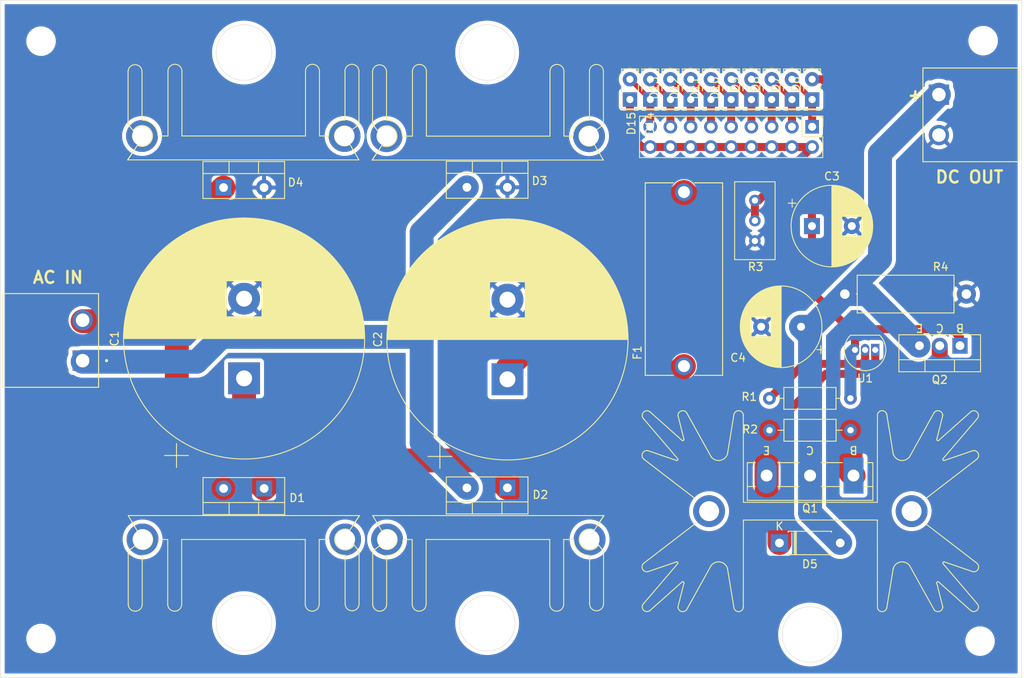
<source format=kicad_pcb>
(kicad_pcb (version 20240108) (generator "pcbnew") (generator_version "8.0")
  (layers (0 "F.Cu" signal) (31 "B.Cu" signal) (34 "B.Paste" user) (35 "F.Paste" user) (36 "B.SilkS" user "B.Silkscreen") (37 "F.SilkS" user "F.Silkscreen") (38 "B.Mask" user) (39 "F.Mask" user) (44 "Edge.Cuts" user))
  (net 0 "")
  (net 1 "Net-(D5-K)")
  (net 2 "+12V")
  (net 3 "Net-(Q1-B)")
  (net 4 "Net-(D6-A)")
  (net 5 "Net-(R1-Pad1)")
  (net 6 "Net-(D1-K)")
  (net 7 "GND")
  (net 8 "Net-(D1-A)")
  (net 9 "Net-(D2-A)")
  (net 10 "Net-(D6-K)")
  (net 11 "Net-(D7-K)")
  (net 12 "Net-(D8-K)")
  (net 13 "Net-(D10-A)")
  (net 14 "Net-(D10-K)")
  (net 15 "Net-(D11-K)")
  (net 16 "Net-(D12-K)")
  (net 17 "Net-(D13-K)")
  (net 18 "Net-(D14-K)")
  (net 19 "Net-(D15-K)")
  (footprint "LED_THT:LED_Rectangular_W5.0mm_H2.0mm" (layer "F.Cu") (at 200.085 38.492916 90)
    (property "Reference" "D6" (at 1.93881 -2.06 -90) (layer "F.SilkS"))
    (property "Value" "~" (hide yes))
    (pad "1" thru_hole rect (at 0 0 90) (size 1.8 1.8) (drill 0.9) (layers "*.Cu" "*.Mask") (net 10 "Net-(D6-K)"))
    (pad "2" thru_hole circle (at 2.54 0 90) (size 1.8 1.8) (drill 0.9) (layers "*.Cu" "*.Mask") (net 4 "Net-(D6-A)"))
  )
  (footprint "Connector_PinHeader_2.54mm:PinHeader_2x09_P2.54mm_Vertical" (layer "F.Cu") (at 200.085 41.912916 -90)
    (property "Reference" "J3" (hide yes))
    (property "Value" "Conn_02x09" (hide yes))
    (pad "1" thru_hole rect (at 0 0 270) (size 1.7 1.7) (drill 1) (layers "*.Cu" "*.Mask") (net 10 "Net-(D6-K)"))
    (pad "2" thru_hole oval (at 2.54 0 270) (size 1.7 1.7) (drill 1) (layers "*.Cu" "*.Mask") (net 19 "Net-(D15-K)"))
    (pad "3" thru_hole oval (at 0 2.54 270) (size 1.7 1.7) (drill 1) (layers "*.Cu" "*.Mask") (net 11 "Net-(D7-K)"))
    (pad "4" thru_hole oval (at 2.54 2.54 270) (size 1.7 1.7) (drill 1) (layers "*.Cu" "*.Mask") (net 19 "Net-(D15-K)"))
    (pad "5" thru_hole oval (at 0 5.08 270) (size 1.7 1.7) (drill 1) (layers "*.Cu" "*.Mask") (net 12 "Net-(D8-K)"))
    (pad "6" thru_hole oval (at 2.54 5.08 270) (size 1.7 1.7) (drill 1) (layers "*.Cu" "*.Mask") (net 19 "Net-(D15-K)"))
    (pad "7" thru_hole oval (at 0 7.62 270) (size 1.7 1.7) (drill 1) (layers "*.Cu" "*.Mask") (net 13 "Net-(D10-A)"))
    (pad "8" thru_hole oval (at 2.54 7.62 270) (size 1.7 1.7) (drill 1) (layers "*.Cu" "*.Mask") (net 19 "Net-(D15-K)"))
    (pad "9" thru_hole oval (at 0 10.16 270) (size 1.7 1.7) (drill 1) (layers "*.Cu" "*.Mask") (net 14 "Net-(D10-K)"))
    (pad "10" thru_hole oval (at 2.54 10.16 270) (size 1.7 1.7) (drill 1) (layers "*.Cu" "*.Mask") (net 19 "Net-(D15-K)"))
    (pad "11" thru_hole oval (at 0 12.7 270) (size 1.7 1.7) (drill 1) (layers "*.Cu" "*.Mask") (net 15 "Net-(D11-K)"))
    (pad "12" thru_hole oval (at 2.54 12.7 270) (size 1.7 1.7) (drill 1) (layers "*.Cu" "*.Mask") (net 19 "Net-(D15-K)"))
    (pad "13" thru_hole oval (at 0 15.24 270) (size 1.7 1.7) (drill 1) (layers "*.Cu" "*.Mask") (net 16 "Net-(D12-K)"))
    (pad "14" thru_hole oval (at 2.54 15.24 270) (size 1.7 1.7) (drill 1) (layers "*.Cu" "*.Mask") (net 19 "Net-(D15-K)"))
    (pad "15" thru_hole oval (at 0 17.78 270) (size 1.7 1.7) (drill 1) (layers "*.Cu" "*.Mask") (net 17 "Net-(D13-K)"))
    (pad "16" thru_hole oval (at 2.54 17.78 270) (size 1.7 1.7) (drill 1) (layers "*.Cu" "*.Mask") (net 19 "Net-(D15-K)"))
    (pad "17" thru_hole oval (at 0 20.32 270) (size 1.7 1.7) (drill 1) (layers "*.Cu" "*.Mask") (net 18 "Net-(D14-K)"))
    (pad "18" thru_hole oval (at 2.54 20.32 270) (size 1.7 1.7) (drill 1) (layers "*.Cu" "*.Mask") (net 19 "Net-(D15-K)"))
  )
  (footprint "MountingHole:MountingHole_3.2mm_M3_DIN965" (layer "F.Cu") (at 221.14 106.47)
    (property "Reference" "H8" (hide yes))
    (property "Value" "MountingHole")
    (pad "" np_thru_hole circle (at 0 0) (size 3.2 3.2) (drill 3.2) (layers "*.Cu" "*.Mask"))
  )
  (footprint "LED_THT:LED_Rectangular_W5.0mm_H2.0mm" (layer "F.Cu") (at 182.31 38.492916 90)
    (property "Reference" "D13" (at 1.449703 -2.06 -90) (layer "F.SilkS"))
    (property "Value" "~")
    (pad "1" thru_hole rect (at 0 0 90) (size 1.8 1.8) (drill 0.9) (layers "*.Cu" "*.Mask") (net 17 "Net-(D13-K)"))
    (pad "2" thru_hole circle (at 2.54 0 90) (size 1.8 1.8) (drill 0.9) (layers "*.Cu" "*.Mask") (net 16 "Net-(D12-K)"))
  )
  (footprint "Package_TO_SOT_THT:TO-220-2_Vertical" (layer "F.Cu") (at 126.265 49.547916)
    (property "Reference" "D4" (at 9.035 -0.647916 0) (layer "F.SilkS"))
    (property "Value" "D_45deg_Filled")
    (pad "1" thru_hole rect (at 0 0) (size 2 2) (drill 1.1) (layers "*.Cu" "*.Mask") (net 8 "Net-(D1-A)"))
    (pad "2" thru_hole oval (at 5.08 0) (size 2 2) (drill 1.1) (layers "*.Cu" "*.Mask") (net 7 "GND"))
  )
  (footprint "Capacitor_THT:CP_Radial_D30.0mm_P10.00mm_SnapIn" (layer "F.Cu") (at 161.872934 73.610848 90)
    (property "Reference" "C2" (at 5 -16.25 -90) (layer "F.SilkS"))
    (property "Value" "10000uF 35V")
    (pad "1" thru_hole rect (at 0 0 90) (size 4 4) (drill 2) (layers "*.Cu" "*.Mask") (net 1 "Net-(D5-K)"))
    (pad "2" thru_hole circle (at 10 0 90) (size 4 4) (drill 2) (layers "*.Cu" "*.Mask") (net 7 "GND"))
  )
  (footprint "Resistor_THT:R_Axial_DIN0207_L6.3mm_D2.5mm_P10.16mm_Horizontal" (layer "F.Cu") (at 194.735 80.002916)
    (property "Reference" "R2" (at -2.435 -0.102916 0) (layer "F.SilkS"))
    (property "Value" "51R")
    (pad "1" thru_hole circle (at 0 0) (size 1.6 1.6) (drill 0.8) (layers "*.Cu" "*.Mask") (net 1 "Net-(D5-K)"))
    (pad "2" thru_hole oval (at 10.16 0) (size 1.6 1.6) (drill 0.8) (layers "*.Cu" "*.Mask") (net 3 "Net-(Q1-B)"))
  )
  (footprint "MountingHole:MountingHole_3.2mm_M3_DIN965" (layer "F.Cu") (at 221.53 31.11)
    (property "Reference" "H7" (hide yes))
    (property "Value" "MountingHole")
    (pad "" np_thru_hole circle (at 0 0) (size 3.2 3.2) (drill 3.2) (layers "*.Cu" "*.Mask"))
  )
  (footprint "LED_THT:LED_Rectangular_W5.0mm_H2.0mm" (layer "F.Cu") (at 192.47 38.492916 90)
    (property "Reference" "D9" (at 1.93881 -2.06 -90) (layer "F.SilkS"))
    (property "Value" "~")
    (pad "1" thru_hole rect (at 0 0 90) (size 1.8 1.8) (drill 0.9) (layers "*.Cu" "*.Mask") (net 13 "Net-(D10-A)"))
    (pad "2" thru_hole circle (at 2.54 0 90) (size 1.8 1.8) (drill 0.9) (layers "*.Cu" "*.Mask") (net 12 "Net-(D8-K)"))
  )
  (footprint "ThePreAmp_PSU_Heatsinks:Heatsink_Fischer_SK145-STS_29x12mm_2xDrill2.5mm" (layer "F.Cu") (at 128.745 43.071346)
    (property "Reference" "HS1" (hide yes))
    (property "Value" "Heatsink")
    (pad "1" thru_hole circle (at -12.7 0 180) (size 4 4) (drill 2.5) (layers "*.Cu" "*.Mask"))
    (pad "1" thru_hole circle (at 12.7 0) (size 4 4) (drill 2.5) (layers "*.Cu" "*.Mask"))
  )
  (footprint "Capacitor_THT:CP_Radial_D10.0mm_P5.00mm" (layer "F.Cu") (at 200.06 54.38)
    (property "Reference" "C3" (at 2.5 -6.25 0) (layer "F.SilkS"))
    (property "Value" "220uF 50V")
    (pad "1" thru_hole rect (at 0 0) (size 2 2) (drill 1) (layers "*.Cu" "*.Mask") (net 4 "Net-(D6-A)"))
    (pad "2" thru_hole circle (at 5 0) (size 2 2) (drill 1) (layers "*.Cu" "*.Mask") (net 7 "GND"))
  )
  (footprint "Capacitor_THT:CP_Radial_D30.0mm_P10.00mm_SnapIn" (layer "F.Cu") (at 128.842934 73.49085 90)
    (property "Reference" "C1" (at 5 -16.25 -90) (layer "F.SilkS"))
    (property "Value" "10000uF 35V")
    (pad "1" thru_hole rect (at 0 0 90) (size 4 4) (drill 2) (layers "*.Cu" "*.Mask") (net 6 "Net-(D1-K)"))
    (pad "2" thru_hole circle (at 10 0 90) (size 4 4) (drill 2) (layers "*.Cu" "*.Mask") (net 7 "GND"))
  )
  (footprint "LED_THT:LED_Rectangular_W5.0mm_H2.0mm" (layer "F.Cu") (at 179.785 38.492916 90)
    (property "Reference" "D14" (at -3.04 -0.04 -90) (layer "F.SilkS"))
    (property "Value" "~")
    (pad "1" thru_hole rect (at 0 0 90) (size 1.8 1.8) (drill 0.9) (layers "*.Cu" "*.Mask") (net 18 "Net-(D14-K)"))
    (pad "2" thru_hole circle (at 2.54 0 90) (size 1.8 1.8) (drill 0.9) (layers "*.Cu" "*.Mask") (net 17 "Net-(D13-K)"))
  )
  (footprint "ThePreAmp_PSU_Fuseholder:Keystone fuseholder 4527" (layer "F.Cu") (at 184.005 61.032916 90)
    (property "Reference" "F1" (at -9.225 -5.835 -90) (layer "F.SilkS"))
    (property "Value" "Fuse - 8A T")
    (pad "1" thru_hole circle (at -10.92 0 90) (size 2.25 2.25) (drill 1.5) (layers "*.Cu" "*.Mask") (net 6 "Net-(D1-K)"))
    (pad "2" thru_hole circle (at 10.92 0 90) (size 2.25 2.25) (drill 1.5) (layers "*.Cu" "*.Mask") (net 1 "Net-(D5-K)"))
  )
  (footprint "Resistor_THT:R_Axial_DIN0414_L11.9mm_D4.5mm_P15.24mm_Horizontal" (layer "F.Cu") (at 219.425 62.912916 180)
    (property "Reference" "R4" (at 3.225 3.412916 180) (layer "F.SilkS"))
    (property "Value" "1K 2W")
    (pad "1" thru_hole circle (at 0 0 180) (size 2.4 2.4) (drill 1.2) (layers "*.Cu" "*.Mask") (net 7 "GND"))
    (pad "2" thru_hole oval (at 15.24 0 180) (size 2.4 2.4) (drill 1.2) (layers "*.Cu" "*.Mask") (net 2 "+12V"))
  )
  (footprint "THE_PREAMP_CONN_POWER_5_08:TBP01R1-508-02BK" (layer "F.Cu") (at 108.595 71.27 90)
    (property "Reference" "J1" (hide yes))
    (property "Value" "AC in")
    (pad "1" thru_hole rect (at 0 0 90) (size 2.55 2.55) (drill 1.7) (layers "*.Cu" "*.Mask") (net 9 "Net-(D2-A)"))
    (pad "2" thru_hole circle (at 5.08 0 90) (size 2.55 2.55) (drill 1.7) (layers "*.Cu" "*.Mask") (net 8 "Net-(D1-A)"))
  )
  (footprint "LED_THT:LED_Rectangular_W5.0mm_H2.0mm" (layer "F.Cu") (at 187.39 38.492916 90)
    (property "Reference" "D11" (at 1.459703 -2.06 -90) (layer "F.SilkS"))
    (property "Value" "~")
    (pad "1" thru_hole rect (at 0 0 90) (size 1.8 1.8) (drill 0.9) (layers "*.Cu" "*.Mask") (net 15 "Net-(D11-K)"))
    (pad "2" thru_hole circle (at 2.54 0 90) (size 1.8 1.8) (drill 0.9) (layers "*.Cu" "*.Mask") (net 14 "Net-(D10-K)"))
  )
  (footprint "Resistor_THT:R_Axial_DIN0207_L6.3mm_D2.5mm_P10.16mm_Horizontal" (layer "F.Cu") (at 194.725 76.002916)
    (property "Reference" "R1" (at -2.525 -0.202916 0) (layer "F.SilkS"))
    (property "Value" "12R")
    (pad "1" thru_hole circle (at 0 0) (size 1.6 1.6) (drill 0.8) (layers "*.Cu" "*.Mask") (net 5 "Net-(R1-Pad1)"))
    (pad "2" thru_hole oval (at 10.16 0) (size 1.6 1.6) (drill 0.8) (layers "*.Cu" "*.Mask") (net 4 "Net-(D6-A)"))
  )
  (footprint "ThePreAmp_PSU_Heatsinks:Heatsink_Fischer_SK145-STS_29x12mm_2xDrill2.5mm" (layer "F.Cu") (at 128.815 93.712916 180)
    (property "Reference" "HS2" (hide yes))
    (property "Value" "Heatsink")
    (pad "1" thru_hole circle (at -12.7 0) (size 4 4) (drill 2.5) (layers "*.Cu" "*.Mask"))
    (pad "1" thru_hole circle (at 12.7 0 180) (size 4 4) (drill 2.5) (layers "*.Cu" "*.Mask"))
  )
  (footprint "ThePreAmp_PSU_Heatsinks:Heatsink_Fischer_SK145-STS_29x12mm_2xDrill2.5mm" (layer "F.Cu") (at 159.475 93.712916 180)
    (property "Reference" "HS4" (hide yes))
    (property "Value" "Heatsink")
    (pad "1" thru_hole circle (at -12.7 0) (size 4 4) (drill 2.5) (layers "*.Cu" "*.Mask"))
    (pad "1" thru_hole circle (at 12.7 0 180) (size 4 4) (drill 2.5) (layers "*.Cu" "*.Mask"))
  )
  (footprint "MountingHole:MountingHole_3.2mm_M3_DIN965" (layer "F.Cu") (at 103.38 31.17)
    (property "Reference" "H5" (hide yes))
    (property "Value" "MountingHole")
    (pad "" np_thru_hole circle (at 0 0) (size 3.2 3.2) (drill 3.2) (layers "*.Cu" "*.Mask"))
  )
  (footprint "LED_THT:LED_Rectangular_W5.0mm_H2.0mm" (layer "F.Cu") (at 189.93 38.492916 90)
    (property "Reference" "D10" (at 1.459703 -2.06 -90) (layer "F.SilkS"))
    (property "Value" "~")
    (pad "1" thru_hole rect (at 0 0 90) (size 1.8 1.8) (drill 0.9) (layers "*.Cu" "*.Mask") (net 14 "Net-(D10-K)"))
    (pad "2" thru_hole circle (at 2.54 0 90) (size 1.8 1.8) (drill 0.9) (layers "*.Cu" "*.Mask") (net 13 "Net-(D10-A)"))
  )
  (footprint "Diode_THT:D_DO-41_SOD81_P7.62mm_Horizontal" (layer "F.Cu") (at 195.985 94.152916)
    (property "Reference" "D5" (at 3.81 2.647084 0) (layer "F.SilkS"))
    (property "Value" "1N4007")
    (fp_text user "K" (at 0 -2.1 0) (layer "F.SilkS"))
    (pad "1" thru_hole rect (at 0 0) (size 2.2 2.2) (drill 1.1) (layers "*.Cu" "*.Mask") (net 1 "Net-(D5-K)"))
    (pad "2" thru_hole oval (at 7.62 0) (size 2.2 2.2) (drill 1.1) (layers "*.Cu" "*.Mask") (net 2 "+12V"))
  )
  (footprint "Package_TO_SOT_THT:TO-92_Inline" (layer "F.Cu") (at 207.995 69.922916 180)
    (property "Reference" "U1" (at 1.27 -3.56 180) (layer "F.SilkS"))
    (property "Value" "LM334Z")
    (pad "1" thru_hole rect (at 0 0 180) (size 1.05 1.5) (drill 0.75) (layers "*.Cu" "*.Mask") (net 1 "Net-(D5-K)"))
    (pad "2" thru_hole oval (at 1.27 0 180) (size 1.05 1.5) (drill 0.75) (layers "*.Cu" "*.Mask") (net 5 "Net-(R1-Pad1)"))
    (pad "3" thru_hole oval (at 2.54 0 180) (size 1.05 1.5) (drill 0.75) (layers "*.Cu" "*.Mask") (net 4 "Net-(D6-A)"))
  )
  (footprint "Package_TO_SOT_THT:TO-220-2_Vertical" (layer "F.Cu") (at 156.785 49.512916)
    (property "Reference" "D3" (at 9.115 -0.812916 0) (layer "F.SilkS"))
    (property "Value" "D_45deg_Filled")
    (pad "1" thru_hole rect (at 0 0) (size 2 2) (drill 1.1) (layers "*.Cu" "*.Mask") (net 9 "Net-(D2-A)"))
    (pad "2" thru_hole oval (at 5.08 0) (size 2 2) (drill 1.1) (layers "*.Cu" "*.Mask") (net 7 "GND"))
  )
  (footprint "THE_PREAMP_CONN_POWER_5_08:TBP01R1-508-02BK" (layer "F.Cu") (at 215.9825 37.88 -90)
    (property "Reference" "J2" (hide yes))
    (property "Value" "Relay power")
    (pad "1" thru_hole rect (at 0 0 270) (size 2.55 2.55) (drill 1.7) (layers "*.Cu" "*.Mask") (net 2 "+12V"))
    (pad "2" thru_hole circle (at 5.08 0 270) (size 2.55 2.55) (drill 1.7) (layers "*.Cu" "*.Mask") (net 7 "GND"))
  )
  (footprint "Package_TO_SOT_THT:TO-220-2_Vertical" (layer "F.Cu") (at 131.355 87.312916 180)
    (property "Reference" "D1" (at -4.145 -1.187084 180) (layer "F.SilkS"))
    (property "Value" "D_45deg_Filled")
    (pad "1" thru_hole rect (at 0 0 180) (size 2 2) (drill 1.1) (layers "*.Cu" "*.Mask") (net 6 "Net-(D1-K)"))
    (pad "2" thru_hole oval (at 5.08 0 180) (size 2 2) (drill 1.1) (layers "*.Cu" "*.Mask") (net 8 "Net-(D1-A)"))
  )
  (footprint "Package_TO_SOT_THT_AKL:TO-3P-3_Vertical_BCE" (layer "F.Cu") (at 205.275 85.687916 180)
    (property "Reference" "Q1" (at 5.45 -4.12 180) (layer "F.SilkS"))
    (property "Value" "NJW0302" (hide yes))
    (fp_text user "B" (at 0 3.175 180) (layer "F.SilkS"))
    (fp_text user "C" (at 5.461 3.175 180) (layer "F.SilkS"))
    (fp_text user "E" (at 10.922 3.175 180) (layer "F.SilkS"))
    (pad "1" thru_hole rect (at 0 0 180) (size 2.5 4.5) (drill 1.5) (layers "*.Cu" "*.Mask") (net 3 "Net-(Q1-B)"))
    (pad "2" thru_hole oval (at 5.45 0 180) (size 2.5 4.5) (drill 1.5) (layers "*.Cu" "*.Mask") (net 2 "+12V"))
    (pad "3" thru_hole oval (at 10.9 0 180) (size 2.5 4.5) (drill 1.5) (layers "*.Cu" "*.Mask") (net 1 "Net-(D5-K)"))
  )
  (footprint "Package_TO_SOT_THT:TO-220-2_Vertical" (layer "F.Cu") (at 161.865 87.232916 180)
    (property "Reference" "D2" (at -4.135 -0.867084 180) (layer "F.SilkS"))
    (property "Value" "D_45deg_Filled")
    (pad "1" thru_hole rect (at 0 0 180) (size 2 2) (drill 1.1) (layers "*.Cu" "*.Mask") (net 6 "Net-(D1-K)"))
    (pad "2" thru_hole oval (at 5.08 0 180) (size 2 2) (drill 1.1) (layers "*.Cu" "*.Mask") (net 9 "Net-(D2-A)"))
  )
  (footprint "LED_THT:LED_Rectangular_W5.0mm_H2.0mm" (layer "F.Cu") (at 184.855 38.492916 90)
    (property "Reference" "D12" (at 1.457619 -2.06 -90) (layer "F.SilkS"))
    (property "Value" "~")
    (pad "1" thru_hole rect (at 0 0 90) (size 1.8 1.8) (drill 0.9) (layers "*.Cu" "*.Mask") (net 16 "Net-(D12-K)"))
    (pad "2" thru_hole circle (at 2.54 0 90) (size 1.8 1.8) (drill 0.9) (layers "*.Cu" "*.Mask") (net 15 "Net-(D11-K)"))
  )
  (footprint "Package_TO_SOT_THT_AKL:TO-220-3_Vertical_BCE" (layer "F.Cu") (at 218.625 69.392916 180)
    (property "Reference" "Q2" (at 2.54 -4.27 180) (layer "F.SilkS"))
    (property "Value" "MJE15030" (hide yes))
    (fp_text user "E" (at 5.08 2.2225 180) (layer "F.SilkS"))
    (fp_text user "B" (at 0 2.2225 180) (layer "F.SilkS"))
    (fp_text user "C" (at 2.54 2.2225 180) (layer "F.SilkS"))
    (pad "1" thru_hole rect (at 0 0 180) (size 1.905 2) (drill 1.1) (layers "*.Cu" "*.Mask") (net 4 "Net-(D6-A)"))
    (pad "2" thru_hole oval (at 2.54 0 180) (size 1.905 2) (drill 1.1) (layers "*.Cu" "*.Mask") (net 3 "Net-(Q1-B)"))
    (pad "3" thru_hole oval (at 5.08 0 180) (size 1.905 2) (drill 1.1) (layers "*.Cu" "*.Mask") (net 2 "+12V"))
  )
  (footprint "Potentiometer_THT:Potentiometer_Bourns_3296W_Vertical" (layer "F.Cu") (at 192.905 56.242916 -90)
    (property "Reference" "R3" (at 3.257084 -0.095 180) (layer "F.SilkS"))
    (property "Value" "500R")
    (pad "1" thru_hole circle (at 0 0 270) (size 1.44 1.44) (drill 0.8) (layers "*.Cu" "*.Mask") (net 7 "GND"))
    (pad "2" thru_hole circle (at -2.54 0 270) (size 1.44 1.44) (drill 0.8) (layers "*.Cu" "*.Mask") (net 19 "Net-(D15-K)"))
    (pad "3" thru_hole circle (at -5.08 0 270) (size 1.44 1.44) (drill 0.8) (layers "*.Cu" "*.Mask") (net 19 "Net-(D15-K)"))
  )
  (footprint "MountingHole:MountingHole_3.2mm_M3_DIN965" (layer "F.Cu") (at 103.38 106.14)
    (property "Reference" "H6" (hide yes))
    (property "Value" "MountingHole")
    (pad "" np_thru_hole circle (at 0 0) (size 3.2 3.2) (drill 3.2) (layers "*.Cu" "*.Mask"))
  )
  (footprint "ThePreAmp_PSU_Heatsinks:Heatsink_Fischer_SK129-STS_42x25mm_2xDrill2.5mm" (layer "F.Cu") (at 199.86 90.16 180)
    (property "Reference" "HS5" (hide yes))
    (property "Value" "Heatsink")
    (pad "1" thru_hole circle (at -12.7 0) (size 4 4) (drill 2.5) (layers "*.Cu" "*.Mask"))
    (pad "1" thru_hole circle (at 12.7 0 180) (size 4 4) (drill 2.5) (layers "*.Cu" "*.Mask"))
  )
  (footprint "ThePreAmp_PSU_Heatsinks:Heatsink_Fischer_SK145-STS_29x12mm_2xDrill2.5mm" (layer "F.Cu") (at 159.405 43.091346)
    (property "Reference" "HS3" (hide yes))
    (property "Value" "Heatsink")
    (pad "1" thru_hole circle (at -12.7 0 180) (size 4 4) (drill 2.5) (layers "*.Cu" "*.Mask"))
    (pad "1" thru_hole circle (at 12.7 0) (size 4 4) (drill 2.5) (layers "*.Cu" "*.Mask"))
  )
  (footprint "Capacitor_THT:CP_Radial_D10.0mm_P5.00mm" (layer "F.Cu") (at 198.692677 67.012916 180)
    (property "Reference" "C4" (at 7.892677 -3.887084 180) (layer "F.SilkS"))
    (property "Value" "220uF 50V")
    (pad "1" thru_hole rect (at 0 0 180) (size 2 2) (drill 1) (layers "*.Cu" "*.Mask") (net 2 "+12V"))
    (pad "2" thru_hole circle (at 5 0 180) (size 2 2) (drill 1) (layers "*.Cu" "*.Mask") (net 7 "GND"))
  )
  (footprint "LED_THT:LED_Rectangular_W5.0mm_H2.0mm" (layer "F.Cu") (at 197.55 38.492916 90)
    (property "Reference" "D7" (at 1.935894 -2.06 -90) (layer "F.SilkS"))
    (property "Value" "~")
    (pad "1" thru_hole rect (at 0 0 90) (size 1.8 1.8) (drill 0.9) (layers "*.Cu" "*.Mask") (net 11 "Net-(D7-K)"))
    (pad "2" thru_hole circle (at 2.54 0 90) (size 1.8 1.8) (drill 0.9) (layers "*.Cu" "*.Mask") (net 10 "Net-(D6-K)"))
  )
  (footprint "LED_THT:LED_Rectangular_W5.0mm_H2.0mm" (layer "F.Cu") (at 177.235 38.492916 90)
    (property "Reference" "D15" (at -3.01 0.17 -90) (layer "F.SilkS"))
    (property "Value" "~")
    (pad "1" thru_hole rect (at 0 0 90) (size 1.8 1.8) (drill 0.9) (layers "*.Cu" "*.Mask") (net 19 "Net-(D15-K)"))
    (pad "2" thru_hole circle (at 2.54 0 90) (size 1.8 1.8) (drill 0.9) (layers "*.Cu" "*.Mask") (net 18 "Net-(D14-K)"))
  )
  (footprint "LED_THT:LED_Rectangular_W5.0mm_H2.0mm" (layer "F.Cu") (at 195.01 38.492916 90)
    (property "Reference" "D8" (at 1.93881 -2.06 -90) (layer "F.SilkS"))
    (property "Value" "~")
    (pad "1" thru_hole rect (at 0 0 90) (size 1.8 1.8) (drill 0.9) (layers "*.Cu" "*.Mask") (net 12 "Net-(D8-K)"))
    (pad "2" thru_hole circle (at 2.54 0 90) (size 1.8 1.8) (drill 0.9) (layers "*.Cu" "*.Mask") (net 11 "Net-(D7-K)"))
  )
  (gr_rect (start 98.315 26.03) (end 226.355 111.03) (stroke (width 0.05)) (fill none) (layer "Edge.Cuts"))
  (gr_circle (center 159.325 104.21) (end 162.825 104.21) (stroke (width 0.05)) (fill none) (layer "Edge.Cuts"))
  (gr_circle (center 199.825 105.64) (end 203.325 105.64) (stroke (width 0.05)) (fill none) (layer "Edge.Cuts"))
  (gr_circle (center 128.83 104.21) (end 132.33 104.21) (stroke (width 0.05)) (fill none) (layer "Edge.Cuts"))
  (gr_circle (center 159.325 32.6) (end 162.825 32.6) (stroke (width 0.05)) (fill none) (layer "Edge.Cuts"))
  (gr_circle (center 128.83 32.6) (end 132.33 32.6) (stroke (width 0.05)) (fill none) (layer "Edge.Cuts"))
  (gr_text "+" (at 211.9 38.8 0) (layer "F.SilkS") (effects (font (size 1.5 1.5) (thickness 0.3) (bold yes)) (justify left bottom)))
  (gr_text "AC IN" (at 102.2 61.7 0) (layer "F.SilkS") (effects (font (size 1.5 1.5) (thickness 0.3) (bold yes)) (justify left bottom)))
  (gr_text "DC OUT" (at 215.4 49.1 0) (layer "F.SilkS") (effects (font (size 1.5 1.5) (thickness 0.3) (bold yes)) (justify left bottom)))
  (segment (start 195.985 91.102916) (end 194.78 89.897916) (width 3) (layer "F.Cu") (net 1))
  (segment (start 194.375 89.492916) (end 194.78 89.897916) (width 3) (layer "F.Cu") (net 1))
  (segment (start 194.375 80.362916) (end 194.735 80.002916) (width 3) (layer "F.Cu") (net 1))
  (segment (start 194.735 80.002916) (end 201.805 72.932916) (width 1) (layer "F.Cu") (net 1))
  (segment (start 195.985 94.152916) (end 195.985 91.102916) (width 3) (layer "F.Cu") (net 1))
  (segment (start 207.995 71.649972) (end 207.995 69.922916) (width 1) (layer "F.Cu") (net 1))
  (segment (start 194.375 85.687916) (end 194.375 89.492916) (width 3) (layer "F.Cu") (net 1))
  (segment (start 201.805 72.932916) (end 206.712056 72.932916) (width 1) (layer "F.Cu") (net 1))
  (segment (start 161.872934 72.244982) (end 184.005 50.112916) (width 3) (layer "F.Cu") (net 1))
  (segment (start 188.345 75.502916) (end 188.345 54.452916) (width 3) (layer "F.Cu") (net 1))
  (segment (start 192.845 80.002916) (end 188.345 75.502916) (width 3) (layer "F.Cu") (net 1))
  (segment (start 194.735 80.002916) (end 192.845 80.002916) (width 3) (layer "F.Cu") (net 1))
  (segment (start 188.345 54.452916) (end 184.005 50.112916) (width 3) (layer "F.Cu") (net 1))
  (segment (start 194.375 85.687916) (end 194.375 80.362916) (width 3) (layer "F.Cu") (net 1))
  (segment (start 206.712056 72.932916) (end 207.995 71.649972) (width 1) (layer "F.Cu") (net 1))
  (segment (start 161.872934 73.610848) (end 161.872934 72.244982) (width 3) (layer "F.Cu") (net 1))
  (segment (start 207.065 62.912916) (end 213.545 69.392916) (width 2) (layer "B.Cu") (net 2))
  (segment (start 206.9525 62.912916) (end 213.4325 69.392916) (width 3) (layer "B.Cu") (net 2))
  (segment (start 204.185 62.912916) (end 206.9525 62.912916) (width 3) (layer "B.Cu") (net 2))
  (segment (start 198.692677 67.012916) (end 200.085 67.012916) (width 3) (layer "B.Cu") (net 2))
  (segment (start 199.825 85.687916) (end 199.825 68.145239) (width 3) (layer "B.Cu") (net 2))
  (segment (start 199.825 68.145239) (end 198.692677 67.012916) (width 3) (layer "B.Cu") (net 2))
  (segment (start 208.595 58.445) (end 208.595 45.2675) (width 3) (layer "B.Cu") (net 2))
  (segment (start 200.085 67.012916) (end 204.185 62.912916) (width 3) (layer "B.Cu") (net 2))
  (segment (start 208.595 45.2675) (end 215.9825 37.88) (width 3) (layer "B.Cu") (net 2))
  (segment (start 208.595 58.502916) (end 204.185 62.912916) (width 3) (layer "B.Cu") (net 2))
  (segment (start 204.185 62.912916) (end 207.065 62.912916) (width 2) (layer "B.Cu") (net 2))
  (segment (start 203.605 94.152916) (end 199.825 90.372916) (width 3) (layer "B.Cu") (net 2))
  (segment (start 199.825 90.372916) (end 199.825 85.687916) (width 3) (layer "B.Cu") (net 2))
  (segment (start 204.895 80.002916) (end 204.895 85.307916) (width 3) (layer "F.Cu") (net 3))
  (segment (start 204.895 85.307916) (end 205.275 85.687916) (width 3) (layer "F.Cu") (net 3))
  (segment (start 216.085 72.297916) (end 216.085 69.392916) (width 2) (layer "F.Cu") (net 3))
  (segment (start 204.895 80.002916) (end 208.38 80.002916) (width 2) (layer "F.Cu") (net 3))
  (segment (start 208.38 80.002916) (end 216.085 72.297916) (width 2) (layer "F.Cu") (net 3))
  (segment (start 205.455 69.922916) (end 205.455 68.015) (width 1) (layer "F.Cu") (net 4))
  (segment (start 205.455 68.015) (end 200.06 62.62) (width 1) (layer "F.Cu") (net 4))
  (segment (start 217.595 67.322916) (end 206.755 67.322916) (width 1) (layer "F.Cu") (net 4))
  (segment (start 201.357792 35.952916) (end 200.085 35.952916) (width 1) (layer "F.Cu") (net 4))
  (segment (start 200.06 62.62) (end 200.06 54.38) (width 1) (layer "F.Cu") (net 4))
  (segment (start 205.455 68.622916) (end 205.455 69.922916) (width 1) (layer "F.Cu") (net 4))
  (segment (start 203.155 37.750124) (end 201.357792 35.952916) (width 1) (layer "F.Cu") (net 4))
  (segment (start 200.06 49.577916) (end 203.155 46.482916) (width 1) (layer "F.Cu") (net 4))
  (segment (start 218.625 68.352916) (end 217.595 67.322916) (width 1) (layer "F.Cu") (net 4))
  (segment (start 218.625 69.392916) (end 218.625 68.352916) (width 1) (layer "F.Cu") (net 4))
  (segment (start 206.755 67.322916) (end 205.455 68.622916) (width 1) (layer "F.Cu") (net 4))
  (segment (start 200.06 54.38) (end 200.06 49.577916) (width 1) (layer "F.Cu") (net 4))
  (segment (start 203.155 46.482916) (end 203.155 37.750124) (width 1) (layer "F.Cu") (net 4))
  (segment (start 204.885 76.002916) (end 204.885 70.287916) (width 1.5) (layer "B.Cu") (net 4))
  (segment (start 204.885 70.287916) (end 205.25 69.922916) (width 1.5) (layer "B.Cu") (net 4))
  (segment (start 206.725 69.922916) (end 206.725 71.222916) (width 1) (layer "F.Cu") (net 5))
  (segment (start 206.725 71.222916) (end 206.275 71.672916) (width 1) (layer "F.Cu") (net 5))
  (segment (start 199.055 71.672916) (end 194.725 76.002916) (width 1) (layer "F.Cu") (net 5))
  (segment (start 206.275 71.672916) (end 199.055 71.672916) (width 1) (layer "F.Cu") (net 5))
  (segment (start 161.865 87.232916) (end 158.425 83.792916) (width 3) (layer "F.Cu") (net 6))
  (segment (start 158.425 83.792916) (end 134.875 83.792916) (width 3) (layer "F.Cu") (net 6))
  (segment (start 168.725 87.232916) (end 184.005 71.952916) (width 3) (layer "F.Cu") (net 6))
  (segment (start 128.842934 84.80085) (end 131.355 87.312916) (width 3) (layer "F.Cu") (net 6))
  (segment (start 161.865 87.232916) (end 168.725 87.232916) (width 3) (layer "F.Cu") (net 6))
  (segment (start 134.875 83.792916) (end 131.355 87.312916) (width 3) (layer "F.Cu") (net 6))
  (segment (start 128.842934 73.49085) (end 128.842934 84.80085) (width 3) (layer "F.Cu") (net 6))
  (segment (start 120.405 55.407916) (end 120.405 66.322916) (width 3) (layer "F.Cu") (net 8))
  (segment (start 120.405 81.442916) (end 126.275 87.312916) (width 3) (layer "F.Cu") (net 8))
  (segment (start 108.595 66.322916) (end 120.405 66.322916) (width 3) (layer "F.Cu") (net 8))
  (segment (start 120.405 66.322916) (end 120.405 81.442916) (width 3) (layer "F.Cu") (net 8))
  (segment (start 126.265 49.547916) (end 120.405 55.407916) (width 3) (layer "F.Cu") (net 8))
  (segment (start 122.895 71.402916) (end 108.595 71.402916) (width 3) (layer "B.Cu") (net 9))
  (segment (start 151.115 68.282916) (end 126.015 68.282916) (width 3) (layer "B.Cu") (net 9))
  (segment (start 151.115 68.282916) (end 151.115 81.562916) (width 3) (layer "B.Cu") (net 9))
  (segment (start 151.115 55.182916) (end 151.115 68.282916) (width 3) (layer "B.Cu") (net 9))
  (segment (start 151.115 81.562916) (end 156.785 87.232916) (width 3) (layer "B.Cu") (net 9))
  (segment (start 156.785 49.512916) (end 151.115 55.182916) (width 3) (layer "B.Cu") (net 9))
  (segment (start 126.015 68.282916) (end 122.895 71.402916) (width 3) (layer "B.Cu") (net 9))
  (segment (start 200.085 38.492916) (end 200.085 41.912916) (width 1) (layer "F.Cu") (net 10))
  (segment (start 197.55 35.957916) (end 200.085 38.492916) (width 0.6) (layer "F.Cu") (net 10))
  (segment (start 197.55 35.957916) (end 197.55 35.965832) (width 0.6) (layer "F.Cu") (net 10))
  (segment (start 195.012916 35.957916) (end 197.55 38.495) (width 0.6) (layer "F.Cu") (net 11))
  (segment (start 197.55 38.49) (end 197.55 41.907916) (width 1) (layer "F.Cu") (net 11))
  (segment (start 195.01 35.957916) (end 195.012916 35.957916) (width 0.6) (layer "F.Cu") (net 11))
  (segment (start 197.55 41.907916) (end 197.545 41.912916) (width 1) (layer "F.Cu") (net 11))
  (segment (start 195.01 38.492916) (end 195.01 41.907916) (width 1) (layer "F.Cu") (net 12))
  (segment (start 192.47 35.957916) (end 195.01 38.497916) (width 0.6) (layer "F.Cu") (net 12))
  (segment (start 195.01 41.907916) (end 195.005 41.912916) (width 1) (layer "F.Cu") (net 12))
  (segment (start 192.47 38.492916) (end 192.47 41.907916) (width 1) (layer "F.Cu") (net 13))
  (segment (start 189.93 35.957916) (end 189.93 35.960832) (width 0.6) (layer "F.Cu") (net 13))
  (segment (start 192.47 41.907916) (end 192.465 41.912916) (width 1) (layer "F.Cu") (net 13))
  (segment (start 189.93 35.957916) (end 192.47 38.497916) (width 0.6) (layer "F.Cu") (net 13))
  (segment (start 187.39 35.957916) (end 189.93 38.497916) (width 0.6) (layer "F.Cu") (net 14))
  (segment (start 189.93 41.907916) (end 189.925 41.912916) (width 1) (layer "F.Cu") (net 14))
  (segment (start 189.93 38.49) (end 189.93 41.907916) (width 1) (layer "F.Cu") (net 14))
  (segment (start 187.39 41.907916) (end 187.385 41.912916) (width 1) (layer "F.Cu") (net 15))
  (segment (start 184.855 35.957916) (end 187.39 38.492916) (width 0.6) (layer "F.Cu") (net 15))
  (segment (start 187.39 38.49) (end 187.39 41.907916) (width 1) (layer "F.Cu") (net 15))
  (segment (start 184.855 35.957916) (end 184.855 35.965) (width 0.6) (layer "F.Cu") (net 15))
  (segment (start 182.31 35.957916) (end 182.31 35.960832) (width 0.6) (layer "F.Cu") (net 16))
  (segment (start 184.855 41.902916) (end 184.845 41.912916) (width 1) (layer "F.Cu") (net 16))
  (segment (start 182.31 35.957916) (end 184.855 38.502916) (width 0.6) (layer "F.Cu") (net 16))
  (segment (start 184.855 38.487916) (end 184.855 41.902916) (width 1) (layer "F.Cu") (net 16))
  (segment (start 179.785 35.957916) (end 182.31 38.482916) (width 0.6) (layer "F.Cu") (net 17))
  (segment (start 179.785 35.957916) (end 179.785 35.96) (width 0.6) (layer "F.Cu") (net 17))
  (segment (start 182.31 38.48) (end 182.31 41.907916) (width 1) (layer "F.Cu") (net 17))
  (segment (start 182.31 41.907916) (end 182.305 41.912916) (width 1) (layer "F.Cu") (net 17))
  (segment (start 179.785 41.892916) (end 179.765 41.912916) (width 1) (layer "F.Cu") (net 18))
  (segment (start 177.235 35.957916) (end 177.24 35.957916) (width 0.6) (layer "F.Cu") (net 18))
  (segment (start 177.24 35.957916) (end 179.785 38.502916) (width 0.6) (layer "F.Cu") (net 18))
  (segment (start 179.785 38.492916) (end 179.785 41.892916) (width 1) (layer "F.Cu") (net 18))
  (segment (start 178.745 44.452916) (end 177.235 42.942916) (width 1) (layer "F.Cu") (net 19))
  (segment (start 179.765 44.452916) (end 178.745 44.452916) (width 1) (layer "F.Cu") (net 19))
  (segment (start 200.085 44.452916) (end 179.765 44.452916) (width 1) (layer "F.Cu") (net 19))
  (segment (start 193.375 51.162916) (end 192.905 51.162916) (width 1) (layer "F.Cu") (net 19))
  (segment (start 192.905 53.702916) (end 192.905 51.162916) (width 1) (layer "F.Cu") (net 19))
  (segment (start 200.085 44.452916) (end 193.375 51.162916) (width 1) (layer "F.Cu") (net 19))
  (segment (start 177.235 42.942916) (end 177.235 38.487916) (width 1) (layer "F.Cu") (net 19))
  (zone (net 7) (net_name "GND") (layer "B.Cu") (connect_pads (clearance 0.5)) (min_thickness 0.25) (fill yes (thermal_gap 0.5) (thermal_bridge_width 0.5))
    (polygon (pts (xy 98.4 26.1) (xy 226.2 26.1) (xy 226.2 110.9) (xy 98.663205 110.859087) (xy 98.5 110.9)))
  )
)
</source>
